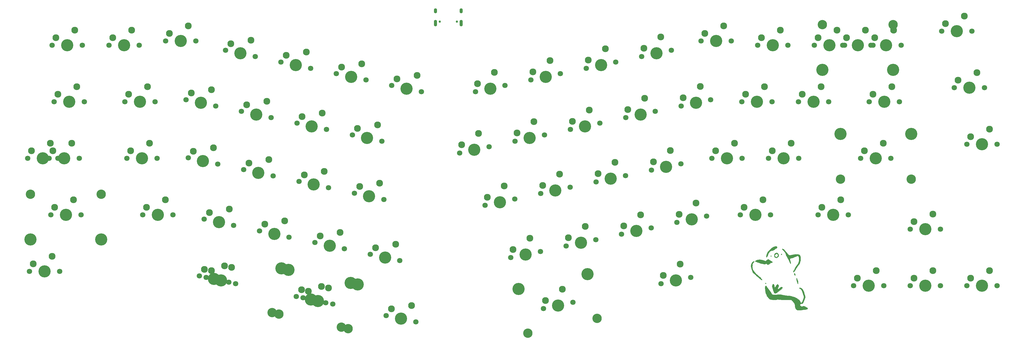
<source format=gts>
%TF.GenerationSoftware,KiCad,Pcbnew,(5.1.4)-1*%
%TF.CreationDate,2020-09-07T21:46:20+12:00*%
%TF.ProjectId,puffazz-arisu-v2,70756666-617a-47a2-9d61-726973752d76,rev?*%
%TF.SameCoordinates,Original*%
%TF.FileFunction,Soldermask,Top*%
%TF.FilePolarity,Negative*%
%FSLAX46Y46*%
G04 Gerber Fmt 4.6, Leading zero omitted, Abs format (unit mm)*
G04 Created by KiCad (PCBNEW (5.1.4)-1) date 2020-09-07 21:46:20*
%MOMM*%
%LPD*%
G04 APERTURE LIST*
%ADD10C,0.010000*%
%ADD11C,2.300000*%
%ADD12C,4.100000*%
%ADD13C,1.800000*%
%ADD14C,3.150000*%
%ADD15C,0.750000*%
%ADD16O,1.100000X2.200000*%
%ADD17O,1.100000X1.700000*%
G04 APERTURE END LIST*
D10*
%TO.C,G\002A\002A\002A*%
G36*
X292183806Y-145516643D02*
G01*
X292269245Y-145626667D01*
X292498467Y-146068953D01*
X292731225Y-146425470D01*
X293008572Y-146763097D01*
X293241563Y-147052830D01*
X293498404Y-147415072D01*
X293724258Y-147772392D01*
X293728164Y-147779097D01*
X293907224Y-148073449D01*
X294070002Y-148317262D01*
X294187066Y-148467024D01*
X294205123Y-148484167D01*
X294353449Y-148534651D01*
X294628681Y-148569038D01*
X294989129Y-148586991D01*
X295393101Y-148588177D01*
X295798906Y-148572258D01*
X296164852Y-148538901D01*
X296390374Y-148501742D01*
X296597981Y-148467792D01*
X296811415Y-148463094D01*
X297072671Y-148491672D01*
X297423745Y-148557547D01*
X297772667Y-148634172D01*
X298278385Y-148735770D01*
X298840569Y-148828185D01*
X299373816Y-148898166D01*
X299635334Y-148923188D01*
X300044212Y-148965515D01*
X300423821Y-149024026D01*
X300720684Y-149089557D01*
X300839114Y-149129425D01*
X301100315Y-149220193D01*
X301337867Y-149265997D01*
X301371095Y-149267334D01*
X301625851Y-149322014D01*
X301982603Y-149478108D01*
X302417533Y-149723692D01*
X302852667Y-150008974D01*
X303201434Y-150294423D01*
X303453080Y-150618831D01*
X303561728Y-150815886D01*
X303726755Y-151107106D01*
X303873603Y-151269465D01*
X304013945Y-151296722D01*
X304159455Y-151182636D01*
X304321807Y-150920966D01*
X304512675Y-150505472D01*
X304616970Y-150251749D01*
X304766510Y-149862350D01*
X304849026Y-149574502D01*
X304866918Y-149335310D01*
X304822588Y-149091877D01*
X304718437Y-148791310D01*
X304686943Y-148710246D01*
X304568488Y-148371975D01*
X304471602Y-148031945D01*
X304430585Y-147839035D01*
X304275770Y-147327634D01*
X303998990Y-146898654D01*
X303633785Y-146593117D01*
X303435779Y-146456302D01*
X303327625Y-146341930D01*
X303321281Y-146299230D01*
X303460520Y-146224232D01*
X303698700Y-146254389D01*
X304006116Y-146384748D01*
X304078609Y-146425514D01*
X304410371Y-146714063D01*
X304696833Y-147164537D01*
X304938226Y-147777407D01*
X305134783Y-148553143D01*
X305141393Y-148585951D01*
X305318183Y-149470903D01*
X305006279Y-150346347D01*
X304827419Y-150828128D01*
X304678711Y-151169105D01*
X304543911Y-151391327D01*
X304406774Y-151516843D01*
X304251056Y-151567703D01*
X304105023Y-151569649D01*
X303810228Y-151609292D01*
X303623042Y-151749280D01*
X303553651Y-151951457D01*
X303612240Y-152177668D01*
X303808996Y-152389756D01*
X303874701Y-152432430D01*
X304077155Y-152530501D01*
X304256357Y-152539981D01*
X304462217Y-152484375D01*
X304643444Y-152435693D01*
X304809831Y-152430647D01*
X305014409Y-152476457D01*
X305310208Y-152580348D01*
X305390313Y-152610767D01*
X305788495Y-152793836D01*
X306045523Y-152980928D01*
X306152965Y-153163018D01*
X306102388Y-153331084D01*
X306083071Y-153352130D01*
X305942526Y-153417161D01*
X305664381Y-153486620D01*
X305280127Y-153555806D01*
X304821250Y-153620017D01*
X304319239Y-153674552D01*
X303805583Y-153714708D01*
X303571184Y-153727185D01*
X303175741Y-153741398D01*
X302906251Y-153738097D01*
X302719721Y-153711245D01*
X302573161Y-153654803D01*
X302429735Y-153566891D01*
X302153013Y-153285203D01*
X301954966Y-152884138D01*
X301852041Y-152401805D01*
X301841271Y-152203410D01*
X301762881Y-151748123D01*
X301533491Y-151292737D01*
X301146230Y-150824881D01*
X300992159Y-150674546D01*
X300576541Y-150285784D01*
X299153437Y-150302731D01*
X298564265Y-150301264D01*
X297960047Y-150285027D01*
X297397250Y-150256372D01*
X296932344Y-150217649D01*
X296833565Y-150206108D01*
X296424009Y-150157406D01*
X296144830Y-150135051D01*
X295959046Y-150139619D01*
X295829672Y-150171687D01*
X295732898Y-150223252D01*
X295627971Y-150277018D01*
X295496750Y-150306751D01*
X295305821Y-150313036D01*
X295021769Y-150296461D01*
X294611178Y-150257612D01*
X294490348Y-150245065D01*
X293451695Y-150136165D01*
X292945181Y-149624915D01*
X292713466Y-149377307D01*
X292537454Y-149163087D01*
X292445640Y-149017942D01*
X292438667Y-148990544D01*
X292405313Y-148856180D01*
X292317566Y-148618660D01*
X292193899Y-148327679D01*
X292184667Y-148307237D01*
X292008580Y-147835305D01*
X291932691Y-147430152D01*
X291930667Y-147365408D01*
X291906994Y-147025697D01*
X291848658Y-146678662D01*
X291834867Y-146622715D01*
X291798256Y-146352163D01*
X291816792Y-146076561D01*
X291877546Y-145825558D01*
X291967586Y-145628804D01*
X292073983Y-145515949D01*
X292183806Y-145516643D01*
X292183806Y-145516643D01*
G37*
X292183806Y-145516643D02*
X292269245Y-145626667D01*
X292498467Y-146068953D01*
X292731225Y-146425470D01*
X293008572Y-146763097D01*
X293241563Y-147052830D01*
X293498404Y-147415072D01*
X293724258Y-147772392D01*
X293728164Y-147779097D01*
X293907224Y-148073449D01*
X294070002Y-148317262D01*
X294187066Y-148467024D01*
X294205123Y-148484167D01*
X294353449Y-148534651D01*
X294628681Y-148569038D01*
X294989129Y-148586991D01*
X295393101Y-148588177D01*
X295798906Y-148572258D01*
X296164852Y-148538901D01*
X296390374Y-148501742D01*
X296597981Y-148467792D01*
X296811415Y-148463094D01*
X297072671Y-148491672D01*
X297423745Y-148557547D01*
X297772667Y-148634172D01*
X298278385Y-148735770D01*
X298840569Y-148828185D01*
X299373816Y-148898166D01*
X299635334Y-148923188D01*
X300044212Y-148965515D01*
X300423821Y-149024026D01*
X300720684Y-149089557D01*
X300839114Y-149129425D01*
X301100315Y-149220193D01*
X301337867Y-149265997D01*
X301371095Y-149267334D01*
X301625851Y-149322014D01*
X301982603Y-149478108D01*
X302417533Y-149723692D01*
X302852667Y-150008974D01*
X303201434Y-150294423D01*
X303453080Y-150618831D01*
X303561728Y-150815886D01*
X303726755Y-151107106D01*
X303873603Y-151269465D01*
X304013945Y-151296722D01*
X304159455Y-151182636D01*
X304321807Y-150920966D01*
X304512675Y-150505472D01*
X304616970Y-150251749D01*
X304766510Y-149862350D01*
X304849026Y-149574502D01*
X304866918Y-149335310D01*
X304822588Y-149091877D01*
X304718437Y-148791310D01*
X304686943Y-148710246D01*
X304568488Y-148371975D01*
X304471602Y-148031945D01*
X304430585Y-147839035D01*
X304275770Y-147327634D01*
X303998990Y-146898654D01*
X303633785Y-146593117D01*
X303435779Y-146456302D01*
X303327625Y-146341930D01*
X303321281Y-146299230D01*
X303460520Y-146224232D01*
X303698700Y-146254389D01*
X304006116Y-146384748D01*
X304078609Y-146425514D01*
X304410371Y-146714063D01*
X304696833Y-147164537D01*
X304938226Y-147777407D01*
X305134783Y-148553143D01*
X305141393Y-148585951D01*
X305318183Y-149470903D01*
X305006279Y-150346347D01*
X304827419Y-150828128D01*
X304678711Y-151169105D01*
X304543911Y-151391327D01*
X304406774Y-151516843D01*
X304251056Y-151567703D01*
X304105023Y-151569649D01*
X303810228Y-151609292D01*
X303623042Y-151749280D01*
X303553651Y-151951457D01*
X303612240Y-152177668D01*
X303808996Y-152389756D01*
X303874701Y-152432430D01*
X304077155Y-152530501D01*
X304256357Y-152539981D01*
X304462217Y-152484375D01*
X304643444Y-152435693D01*
X304809831Y-152430647D01*
X305014409Y-152476457D01*
X305310208Y-152580348D01*
X305390313Y-152610767D01*
X305788495Y-152793836D01*
X306045523Y-152980928D01*
X306152965Y-153163018D01*
X306102388Y-153331084D01*
X306083071Y-153352130D01*
X305942526Y-153417161D01*
X305664381Y-153486620D01*
X305280127Y-153555806D01*
X304821250Y-153620017D01*
X304319239Y-153674552D01*
X303805583Y-153714708D01*
X303571184Y-153727185D01*
X303175741Y-153741398D01*
X302906251Y-153738097D01*
X302719721Y-153711245D01*
X302573161Y-153654803D01*
X302429735Y-153566891D01*
X302153013Y-153285203D01*
X301954966Y-152884138D01*
X301852041Y-152401805D01*
X301841271Y-152203410D01*
X301762881Y-151748123D01*
X301533491Y-151292737D01*
X301146230Y-150824881D01*
X300992159Y-150674546D01*
X300576541Y-150285784D01*
X299153437Y-150302731D01*
X298564265Y-150301264D01*
X297960047Y-150285027D01*
X297397250Y-150256372D01*
X296932344Y-150217649D01*
X296833565Y-150206108D01*
X296424009Y-150157406D01*
X296144830Y-150135051D01*
X295959046Y-150139619D01*
X295829672Y-150171687D01*
X295732898Y-150223252D01*
X295627971Y-150277018D01*
X295496750Y-150306751D01*
X295305821Y-150313036D01*
X295021769Y-150296461D01*
X294611178Y-150257612D01*
X294490348Y-150245065D01*
X293451695Y-150136165D01*
X292945181Y-149624915D01*
X292713466Y-149377307D01*
X292537454Y-149163087D01*
X292445640Y-149017942D01*
X292438667Y-148990544D01*
X292405313Y-148856180D01*
X292317566Y-148618660D01*
X292193899Y-148327679D01*
X292184667Y-148307237D01*
X292008580Y-147835305D01*
X291932691Y-147430152D01*
X291930667Y-147365408D01*
X291906994Y-147025697D01*
X291848658Y-146678662D01*
X291834867Y-146622715D01*
X291798256Y-146352163D01*
X291816792Y-146076561D01*
X291877546Y-145825558D01*
X291967586Y-145628804D01*
X292073983Y-145515949D01*
X292183806Y-145516643D01*
G36*
X294658685Y-144994308D02*
G01*
X294774547Y-145078084D01*
X294859719Y-145246391D01*
X294925593Y-145530110D01*
X294968954Y-145835278D01*
X295013538Y-146076125D01*
X295070928Y-146227822D01*
X295105667Y-146255493D01*
X295182163Y-146182485D01*
X295308656Y-145994566D01*
X295460688Y-145728911D01*
X295495602Y-145662826D01*
X295656982Y-145380759D01*
X295807680Y-145165317D01*
X295919571Y-145055737D01*
X295934896Y-145049961D01*
X296108161Y-145091531D01*
X296276717Y-145243501D01*
X296392991Y-145452454D01*
X296418000Y-145592430D01*
X296368620Y-145819964D01*
X296257450Y-146037665D01*
X296125897Y-146277368D01*
X296066466Y-146501342D01*
X296087850Y-146660855D01*
X296138601Y-146703942D01*
X296252061Y-146670280D01*
X296440015Y-146547275D01*
X296604268Y-146411816D01*
X296979030Y-146110889D01*
X297273531Y-145954476D01*
X297492472Y-145940614D01*
X297589726Y-146000107D01*
X297666671Y-146172094D01*
X297590826Y-146386048D01*
X297359541Y-146646323D01*
X297036506Y-146908893D01*
X296698434Y-147167021D01*
X296326349Y-147463265D01*
X296067837Y-147677163D01*
X295775501Y-147907106D01*
X295551043Y-148033668D01*
X295349979Y-148080154D01*
X295295037Y-148082000D01*
X295072573Y-148053769D01*
X294924884Y-147984922D01*
X294917063Y-147976167D01*
X294731823Y-147660959D01*
X294580058Y-147263780D01*
X294498550Y-146896667D01*
X294442573Y-146616842D01*
X294361176Y-146380362D01*
X294333535Y-146328146D01*
X294236679Y-146078801D01*
X294208315Y-145787550D01*
X294238964Y-145493275D01*
X294319147Y-145234861D01*
X294439386Y-145051190D01*
X294590202Y-144981148D01*
X294658685Y-144994308D01*
X294658685Y-144994308D01*
G37*
X294658685Y-144994308D02*
X294774547Y-145078084D01*
X294859719Y-145246391D01*
X294925593Y-145530110D01*
X294968954Y-145835278D01*
X295013538Y-146076125D01*
X295070928Y-146227822D01*
X295105667Y-146255493D01*
X295182163Y-146182485D01*
X295308656Y-145994566D01*
X295460688Y-145728911D01*
X295495602Y-145662826D01*
X295656982Y-145380759D01*
X295807680Y-145165317D01*
X295919571Y-145055737D01*
X295934896Y-145049961D01*
X296108161Y-145091531D01*
X296276717Y-145243501D01*
X296392991Y-145452454D01*
X296418000Y-145592430D01*
X296368620Y-145819964D01*
X296257450Y-146037665D01*
X296125897Y-146277368D01*
X296066466Y-146501342D01*
X296087850Y-146660855D01*
X296138601Y-146703942D01*
X296252061Y-146670280D01*
X296440015Y-146547275D01*
X296604268Y-146411816D01*
X296979030Y-146110889D01*
X297273531Y-145954476D01*
X297492472Y-145940614D01*
X297589726Y-146000107D01*
X297666671Y-146172094D01*
X297590826Y-146386048D01*
X297359541Y-146646323D01*
X297036506Y-146908893D01*
X296698434Y-147167021D01*
X296326349Y-147463265D01*
X296067837Y-147677163D01*
X295775501Y-147907106D01*
X295551043Y-148033668D01*
X295349979Y-148080154D01*
X295295037Y-148082000D01*
X295072573Y-148053769D01*
X294924884Y-147984922D01*
X294917063Y-147976167D01*
X294731823Y-147660959D01*
X294580058Y-147263780D01*
X294498550Y-146896667D01*
X294442573Y-146616842D01*
X294361176Y-146380362D01*
X294333535Y-146328146D01*
X294236679Y-146078801D01*
X294208315Y-145787550D01*
X294238964Y-145493275D01*
X294319147Y-145234861D01*
X294439386Y-145051190D01*
X294590202Y-144981148D01*
X294658685Y-144994308D01*
G36*
X302469467Y-142993093D02*
G01*
X302565239Y-143192992D01*
X302671594Y-143475957D01*
X302775256Y-143800919D01*
X302862945Y-144126805D01*
X302921384Y-144412544D01*
X302938162Y-144589500D01*
X302924350Y-144808999D01*
X302890594Y-144935663D01*
X302873834Y-144948091D01*
X302812889Y-144874792D01*
X302717083Y-144684964D01*
X302619704Y-144451268D01*
X302524224Y-144156226D01*
X302444223Y-143824215D01*
X302385427Y-143494795D01*
X302353567Y-143207525D01*
X302354372Y-143001964D01*
X302393570Y-142917673D01*
X302397558Y-142917334D01*
X302469467Y-142993093D01*
X302469467Y-142993093D01*
G37*
X302469467Y-142993093D02*
X302565239Y-143192992D01*
X302671594Y-143475957D01*
X302775256Y-143800919D01*
X302862945Y-144126805D01*
X302921384Y-144412544D01*
X302938162Y-144589500D01*
X302924350Y-144808999D01*
X302890594Y-144935663D01*
X302873834Y-144948091D01*
X302812889Y-144874792D01*
X302717083Y-144684964D01*
X302619704Y-144451268D01*
X302524224Y-144156226D01*
X302444223Y-143824215D01*
X302385427Y-143494795D01*
X302353567Y-143207525D01*
X302354372Y-143001964D01*
X302393570Y-142917673D01*
X302397558Y-142917334D01*
X302469467Y-142993093D01*
G36*
X292064272Y-144616149D02*
G01*
X292142646Y-144733751D01*
X292136405Y-144789593D01*
X292017948Y-144861675D01*
X291894740Y-144789779D01*
X291888334Y-144780000D01*
X291865498Y-144643426D01*
X291948301Y-144575667D01*
X292064272Y-144616149D01*
X292064272Y-144616149D01*
G37*
X292064272Y-144616149D02*
X292142646Y-144733751D01*
X292136405Y-144789593D01*
X292017948Y-144861675D01*
X291894740Y-144789779D01*
X291888334Y-144780000D01*
X291865498Y-144643426D01*
X291948301Y-144575667D01*
X292064272Y-144616149D01*
G36*
X288205289Y-137411086D02*
G01*
X288205334Y-137414000D01*
X288141018Y-137496208D01*
X288120822Y-137498667D01*
X288032913Y-137564898D01*
X287894948Y-137735717D01*
X287783764Y-137900834D01*
X287655844Y-138122055D01*
X287579878Y-138320162D01*
X287542500Y-138553325D01*
X287530342Y-138879715D01*
X287529609Y-139006830D01*
X287538164Y-139399036D01*
X287574777Y-139690391D01*
X287652680Y-139948726D01*
X287760834Y-140192163D01*
X287959963Y-140520353D01*
X288259612Y-140912303D01*
X288624762Y-141330267D01*
X289020395Y-141736498D01*
X289411493Y-142093251D01*
X289763038Y-142362779D01*
X289792408Y-142382027D01*
X290056113Y-142574542D01*
X290275605Y-142774546D01*
X290376045Y-142898496D01*
X290532671Y-143147113D01*
X290672008Y-143357329D01*
X290775067Y-143541111D01*
X290756988Y-143611299D01*
X290621668Y-143568493D01*
X290373006Y-143413289D01*
X290194444Y-143284057D01*
X289917584Y-143062317D01*
X289572121Y-142764545D01*
X289208546Y-142435083D01*
X288967334Y-142206466D01*
X288650488Y-141905562D01*
X288345502Y-141626951D01*
X288090605Y-141404950D01*
X287944457Y-141288259D01*
X287779504Y-141148250D01*
X287659339Y-140981678D01*
X287557667Y-140741044D01*
X287455522Y-140405091D01*
X287356052Y-140054424D01*
X287263237Y-139734546D01*
X287194870Y-139506655D01*
X287187231Y-139482322D01*
X287096344Y-138927936D01*
X287167315Y-138376561D01*
X287394195Y-137853888D01*
X287641715Y-137519834D01*
X287800452Y-137400974D01*
X287985128Y-137336126D01*
X288138990Y-137335944D01*
X288205289Y-137411086D01*
X288205289Y-137411086D01*
G37*
X288205289Y-137411086D02*
X288205334Y-137414000D01*
X288141018Y-137496208D01*
X288120822Y-137498667D01*
X288032913Y-137564898D01*
X287894948Y-137735717D01*
X287783764Y-137900834D01*
X287655844Y-138122055D01*
X287579878Y-138320162D01*
X287542500Y-138553325D01*
X287530342Y-138879715D01*
X287529609Y-139006830D01*
X287538164Y-139399036D01*
X287574777Y-139690391D01*
X287652680Y-139948726D01*
X287760834Y-140192163D01*
X287959963Y-140520353D01*
X288259612Y-140912303D01*
X288624762Y-141330267D01*
X289020395Y-141736498D01*
X289411493Y-142093251D01*
X289763038Y-142362779D01*
X289792408Y-142382027D01*
X290056113Y-142574542D01*
X290275605Y-142774546D01*
X290376045Y-142898496D01*
X290532671Y-143147113D01*
X290672008Y-143357329D01*
X290775067Y-143541111D01*
X290756988Y-143611299D01*
X290621668Y-143568493D01*
X290373006Y-143413289D01*
X290194444Y-143284057D01*
X289917584Y-143062317D01*
X289572121Y-142764545D01*
X289208546Y-142435083D01*
X288967334Y-142206466D01*
X288650488Y-141905562D01*
X288345502Y-141626951D01*
X288090605Y-141404950D01*
X287944457Y-141288259D01*
X287779504Y-141148250D01*
X287659339Y-140981678D01*
X287557667Y-140741044D01*
X287455522Y-140405091D01*
X287356052Y-140054424D01*
X287263237Y-139734546D01*
X287194870Y-139506655D01*
X287187231Y-139482322D01*
X287096344Y-138927936D01*
X287167315Y-138376561D01*
X287394195Y-137853888D01*
X287641715Y-137519834D01*
X287800452Y-137400974D01*
X287985128Y-137336126D01*
X288138990Y-137335944D01*
X288205289Y-137411086D01*
G36*
X301791941Y-141381012D02*
G01*
X301920749Y-141555321D01*
X301998558Y-141767500D01*
X302006000Y-141844500D01*
X301976708Y-142027184D01*
X301886150Y-142053374D01*
X301730307Y-141924081D01*
X301722789Y-141915833D01*
X301635396Y-141759509D01*
X301588232Y-141564667D01*
X301588369Y-141393936D01*
X301642883Y-141309948D01*
X301654211Y-141308667D01*
X301791941Y-141381012D01*
X301791941Y-141381012D01*
G37*
X301791941Y-141381012D02*
X301920749Y-141555321D01*
X301998558Y-141767500D01*
X302006000Y-141844500D01*
X301976708Y-142027184D01*
X301886150Y-142053374D01*
X301730307Y-141924081D01*
X301722789Y-141915833D01*
X301635396Y-141759509D01*
X301588232Y-141564667D01*
X301588369Y-141393936D01*
X301642883Y-141309948D01*
X301654211Y-141308667D01*
X301791941Y-141381012D01*
G36*
X297790737Y-133125537D02*
G01*
X298023047Y-133229223D01*
X298114595Y-133286500D01*
X298276246Y-133428050D01*
X298506759Y-133671963D01*
X298775199Y-133983807D01*
X299046428Y-134323667D01*
X299335390Y-134683554D01*
X299594740Y-134975032D01*
X299800959Y-135173061D01*
X299915155Y-135248598D01*
X300154955Y-135278585D01*
X300497371Y-135224447D01*
X300625676Y-135191214D01*
X301350856Y-135021314D01*
X301977718Y-134944219D01*
X302547072Y-134956211D01*
X302810278Y-134992235D01*
X303125451Y-135052773D01*
X303322593Y-135117126D01*
X303451337Y-135212819D01*
X303561317Y-135367379D01*
X303597895Y-135429037D01*
X303689665Y-135604335D01*
X303744410Y-135776227D01*
X303768738Y-135991635D01*
X303769260Y-136297486D01*
X303759562Y-136576821D01*
X303734044Y-137002596D01*
X303689570Y-137321344D01*
X303612809Y-137595279D01*
X303490431Y-137886614D01*
X303469300Y-137931488D01*
X303284227Y-138274831D01*
X303065667Y-138614919D01*
X302899554Y-138831430D01*
X302681601Y-139114230D01*
X302455161Y-139457991D01*
X302328843Y-139678097D01*
X302161153Y-139971570D01*
X301965400Y-140279017D01*
X301766162Y-140566038D01*
X301588015Y-140798234D01*
X301455536Y-140941207D01*
X301405810Y-140970000D01*
X301340301Y-140900060D01*
X301306206Y-140808589D01*
X301337646Y-140621984D01*
X301499751Y-140389065D01*
X301501796Y-140386821D01*
X301651298Y-140210300D01*
X301746099Y-140046757D01*
X301816825Y-139830807D01*
X301872391Y-139595575D01*
X301954710Y-139412839D01*
X302118291Y-139165940D01*
X302304075Y-138936040D01*
X302555989Y-138616621D01*
X302808741Y-138239682D01*
X302956520Y-137982132D01*
X303088369Y-137712670D01*
X303168783Y-137489213D01*
X303209897Y-137252703D01*
X303223845Y-136944082D01*
X303224109Y-136679779D01*
X303197231Y-136155694D01*
X303121458Y-135785457D01*
X302993261Y-135559772D01*
X302809111Y-135469343D01*
X302763634Y-135466667D01*
X302600565Y-135503183D01*
X302348133Y-135598085D01*
X302109419Y-135707484D01*
X301660837Y-135902582D01*
X301077583Y-136111960D01*
X300392340Y-136324082D01*
X300239700Y-136367570D01*
X300187233Y-136393166D01*
X300160887Y-136452007D01*
X300163268Y-136571648D01*
X300196979Y-136779644D01*
X300264627Y-137103551D01*
X300342311Y-137452983D01*
X300401412Y-137748593D01*
X300433025Y-137974495D01*
X300430941Y-138085233D01*
X300429039Y-138087850D01*
X300348584Y-138068669D01*
X300232129Y-137913956D01*
X300095653Y-137649336D01*
X299979640Y-137367306D01*
X299830894Y-137025948D01*
X299642407Y-136664456D01*
X299556248Y-136520165D01*
X299413438Y-136273895D01*
X299319155Y-136070894D01*
X299296667Y-135983890D01*
X299241613Y-135844681D01*
X299105167Y-135659101D01*
X299063834Y-135613948D01*
X298878620Y-135341016D01*
X298825790Y-135044225D01*
X298750499Y-134709728D01*
X298548946Y-134325974D01*
X298243303Y-133925203D01*
X297855740Y-133539653D01*
X297704914Y-133414329D01*
X297547404Y-133252967D01*
X297526689Y-133145592D01*
X297616542Y-133100387D01*
X297790737Y-133125537D01*
X297790737Y-133125537D01*
G37*
X297790737Y-133125537D02*
X298023047Y-133229223D01*
X298114595Y-133286500D01*
X298276246Y-133428050D01*
X298506759Y-133671963D01*
X298775199Y-133983807D01*
X299046428Y-134323667D01*
X299335390Y-134683554D01*
X299594740Y-134975032D01*
X299800959Y-135173061D01*
X299915155Y-135248598D01*
X300154955Y-135278585D01*
X300497371Y-135224447D01*
X300625676Y-135191214D01*
X301350856Y-135021314D01*
X301977718Y-134944219D01*
X302547072Y-134956211D01*
X302810278Y-134992235D01*
X303125451Y-135052773D01*
X303322593Y-135117126D01*
X303451337Y-135212819D01*
X303561317Y-135367379D01*
X303597895Y-135429037D01*
X303689665Y-135604335D01*
X303744410Y-135776227D01*
X303768738Y-135991635D01*
X303769260Y-136297486D01*
X303759562Y-136576821D01*
X303734044Y-137002596D01*
X303689570Y-137321344D01*
X303612809Y-137595279D01*
X303490431Y-137886614D01*
X303469300Y-137931488D01*
X303284227Y-138274831D01*
X303065667Y-138614919D01*
X302899554Y-138831430D01*
X302681601Y-139114230D01*
X302455161Y-139457991D01*
X302328843Y-139678097D01*
X302161153Y-139971570D01*
X301965400Y-140279017D01*
X301766162Y-140566038D01*
X301588015Y-140798234D01*
X301455536Y-140941207D01*
X301405810Y-140970000D01*
X301340301Y-140900060D01*
X301306206Y-140808589D01*
X301337646Y-140621984D01*
X301499751Y-140389065D01*
X301501796Y-140386821D01*
X301651298Y-140210300D01*
X301746099Y-140046757D01*
X301816825Y-139830807D01*
X301872391Y-139595575D01*
X301954710Y-139412839D01*
X302118291Y-139165940D01*
X302304075Y-138936040D01*
X302555989Y-138616621D01*
X302808741Y-138239682D01*
X302956520Y-137982132D01*
X303088369Y-137712670D01*
X303168783Y-137489213D01*
X303209897Y-137252703D01*
X303223845Y-136944082D01*
X303224109Y-136679779D01*
X303197231Y-136155694D01*
X303121458Y-135785457D01*
X302993261Y-135559772D01*
X302809111Y-135469343D01*
X302763634Y-135466667D01*
X302600565Y-135503183D01*
X302348133Y-135598085D01*
X302109419Y-135707484D01*
X301660837Y-135902582D01*
X301077583Y-136111960D01*
X300392340Y-136324082D01*
X300239700Y-136367570D01*
X300187233Y-136393166D01*
X300160887Y-136452007D01*
X300163268Y-136571648D01*
X300196979Y-136779644D01*
X300264627Y-137103551D01*
X300342311Y-137452983D01*
X300401412Y-137748593D01*
X300433025Y-137974495D01*
X300430941Y-138085233D01*
X300429039Y-138087850D01*
X300348584Y-138068669D01*
X300232129Y-137913956D01*
X300095653Y-137649336D01*
X299979640Y-137367306D01*
X299830894Y-137025948D01*
X299642407Y-136664456D01*
X299556248Y-136520165D01*
X299413438Y-136273895D01*
X299319155Y-136070894D01*
X299296667Y-135983890D01*
X299241613Y-135844681D01*
X299105167Y-135659101D01*
X299063834Y-135613948D01*
X298878620Y-135341016D01*
X298825790Y-135044225D01*
X298750499Y-134709728D01*
X298548946Y-134325974D01*
X298243303Y-133925203D01*
X297855740Y-133539653D01*
X297704914Y-133414329D01*
X297547404Y-133252967D01*
X297526689Y-133145592D01*
X297616542Y-133100387D01*
X297790737Y-133125537D01*
G36*
X293154510Y-136752756D02*
G01*
X293261729Y-136838928D01*
X293455424Y-136990326D01*
X293721562Y-137162743D01*
X293858795Y-137241095D01*
X294134500Y-137418731D01*
X294274350Y-137572000D01*
X294273552Y-137686236D01*
X294127314Y-137746773D01*
X294025967Y-137752667D01*
X293724839Y-137821127D01*
X293532925Y-137972573D01*
X293316029Y-138160066D01*
X293051587Y-138333240D01*
X293012475Y-138354116D01*
X292697283Y-138515754D01*
X292558237Y-138303544D01*
X292396559Y-138154834D01*
X292197881Y-138089905D01*
X292026225Y-138122707D01*
X291973000Y-138176000D01*
X291836652Y-138246390D01*
X291572805Y-138256812D01*
X291210876Y-138210951D01*
X290780279Y-138112491D01*
X290322000Y-137969218D01*
X289765103Y-137772401D01*
X289345813Y-137624505D01*
X289042130Y-137517885D01*
X288832053Y-137444898D01*
X288693583Y-137397901D01*
X288604720Y-137369248D01*
X288544000Y-137351444D01*
X288496287Y-137290048D01*
X288573527Y-137187148D01*
X288743504Y-137064258D01*
X288974000Y-136942895D01*
X289232801Y-136844574D01*
X289349099Y-136813761D01*
X290017237Y-136750093D01*
X290738048Y-136846569D01*
X291319627Y-137026273D01*
X291936255Y-137259323D01*
X292272371Y-136955661D01*
X292596324Y-136726209D01*
X292886822Y-136658993D01*
X293154510Y-136752756D01*
X293154510Y-136752756D01*
G37*
X293154510Y-136752756D02*
X293261729Y-136838928D01*
X293455424Y-136990326D01*
X293721562Y-137162743D01*
X293858795Y-137241095D01*
X294134500Y-137418731D01*
X294274350Y-137572000D01*
X294273552Y-137686236D01*
X294127314Y-137746773D01*
X294025967Y-137752667D01*
X293724839Y-137821127D01*
X293532925Y-137972573D01*
X293316029Y-138160066D01*
X293051587Y-138333240D01*
X293012475Y-138354116D01*
X292697283Y-138515754D01*
X292558237Y-138303544D01*
X292396559Y-138154834D01*
X292197881Y-138089905D01*
X292026225Y-138122707D01*
X291973000Y-138176000D01*
X291836652Y-138246390D01*
X291572805Y-138256812D01*
X291210876Y-138210951D01*
X290780279Y-138112491D01*
X290322000Y-137969218D01*
X289765103Y-137772401D01*
X289345813Y-137624505D01*
X289042130Y-137517885D01*
X288832053Y-137444898D01*
X288693583Y-137397901D01*
X288604720Y-137369248D01*
X288544000Y-137351444D01*
X288496287Y-137290048D01*
X288573527Y-137187148D01*
X288743504Y-137064258D01*
X288974000Y-136942895D01*
X289232801Y-136844574D01*
X289349099Y-136813761D01*
X290017237Y-136750093D01*
X290738048Y-136846569D01*
X291319627Y-137026273D01*
X291936255Y-137259323D01*
X292272371Y-136955661D01*
X292596324Y-136726209D01*
X292886822Y-136658993D01*
X293154510Y-136752756D01*
G36*
X296017248Y-134555177D02*
G01*
X296235125Y-134782811D01*
X296369238Y-135142852D01*
X296389276Y-135262330D01*
X296398705Y-135505589D01*
X296324318Y-135680016D01*
X296189512Y-135824996D01*
X295877917Y-136032564D01*
X295540413Y-136111191D01*
X295259368Y-136061947D01*
X295038785Y-135888210D01*
X294919000Y-135624870D01*
X294905289Y-135438255D01*
X295090694Y-135438255D01*
X295231923Y-135641832D01*
X295271152Y-135682182D01*
X295482257Y-135848628D01*
X295672187Y-135870226D01*
X295895084Y-135749589D01*
X295940915Y-135714522D01*
X296125217Y-135484039D01*
X296145221Y-135219391D01*
X296032199Y-134977506D01*
X295831983Y-134817766D01*
X295585428Y-134795237D01*
X295342329Y-134907727D01*
X295238812Y-135012418D01*
X295093862Y-135246499D01*
X295090694Y-135438255D01*
X294905289Y-135438255D01*
X294896271Y-135315535D01*
X294966855Y-135003812D01*
X295127009Y-134733308D01*
X295372990Y-134547631D01*
X295389969Y-134540317D01*
X295730548Y-134470747D01*
X296017248Y-134555177D01*
X296017248Y-134555177D01*
G37*
X296017248Y-134555177D02*
X296235125Y-134782811D01*
X296369238Y-135142852D01*
X296389276Y-135262330D01*
X296398705Y-135505589D01*
X296324318Y-135680016D01*
X296189512Y-135824996D01*
X295877917Y-136032564D01*
X295540413Y-136111191D01*
X295259368Y-136061947D01*
X295038785Y-135888210D01*
X294919000Y-135624870D01*
X294905289Y-135438255D01*
X295090694Y-135438255D01*
X295231923Y-135641832D01*
X295271152Y-135682182D01*
X295482257Y-135848628D01*
X295672187Y-135870226D01*
X295895084Y-135749589D01*
X295940915Y-135714522D01*
X296125217Y-135484039D01*
X296145221Y-135219391D01*
X296032199Y-134977506D01*
X295831983Y-134817766D01*
X295585428Y-134795237D01*
X295342329Y-134907727D01*
X295238812Y-135012418D01*
X295093862Y-135246499D01*
X295090694Y-135438255D01*
X294905289Y-135438255D01*
X294896271Y-135315535D01*
X294966855Y-135003812D01*
X295127009Y-134733308D01*
X295372990Y-134547631D01*
X295389969Y-134540317D01*
X295730548Y-134470747D01*
X296017248Y-134555177D01*
G36*
X295533661Y-132282741D02*
G01*
X295694496Y-132366033D01*
X295873107Y-132535250D01*
X295882675Y-132700472D01*
X295723086Y-132865215D01*
X295677167Y-132894616D01*
X295474937Y-133021185D01*
X295204353Y-133195385D01*
X295021000Y-133315536D01*
X294688499Y-133500854D01*
X294314309Y-133660511D01*
X294132000Y-133718744D01*
X293851937Y-133795972D01*
X293627424Y-133863133D01*
X293539121Y-133893461D01*
X293391297Y-134019471D01*
X293209227Y-134277129D01*
X293010291Y-134636812D01*
X292811872Y-135068898D01*
X292729857Y-135272642D01*
X292564319Y-135656280D01*
X292423983Y-135879294D01*
X292304173Y-135947735D01*
X292235278Y-135912389D01*
X292187343Y-135764006D01*
X292202649Y-135523637D01*
X292275267Y-135253860D01*
X292304365Y-135183129D01*
X292412222Y-134916013D01*
X292516915Y-134617400D01*
X292527036Y-134585385D01*
X292665059Y-134316327D01*
X292938020Y-133957046D01*
X293316395Y-133539481D01*
X293776093Y-133092184D01*
X294192511Y-132763418D01*
X294607386Y-132525268D01*
X295062456Y-132349823D01*
X295122996Y-132331284D01*
X295367818Y-132272006D01*
X295533661Y-132282741D01*
X295533661Y-132282741D01*
G37*
X295533661Y-132282741D02*
X295694496Y-132366033D01*
X295873107Y-132535250D01*
X295882675Y-132700472D01*
X295723086Y-132865215D01*
X295677167Y-132894616D01*
X295474937Y-133021185D01*
X295204353Y-133195385D01*
X295021000Y-133315536D01*
X294688499Y-133500854D01*
X294314309Y-133660511D01*
X294132000Y-133718744D01*
X293851937Y-133795972D01*
X293627424Y-133863133D01*
X293539121Y-133893461D01*
X293391297Y-134019471D01*
X293209227Y-134277129D01*
X293010291Y-134636812D01*
X292811872Y-135068898D01*
X292729857Y-135272642D01*
X292564319Y-135656280D01*
X292423983Y-135879294D01*
X292304173Y-135947735D01*
X292235278Y-135912389D01*
X292187343Y-135764006D01*
X292202649Y-135523637D01*
X292275267Y-135253860D01*
X292304365Y-135183129D01*
X292412222Y-134916013D01*
X292516915Y-134617400D01*
X292527036Y-134585385D01*
X292665059Y-134316327D01*
X292938020Y-133957046D01*
X293316395Y-133539481D01*
X293776093Y-133092184D01*
X294192511Y-132763418D01*
X294607386Y-132525268D01*
X295062456Y-132349823D01*
X295122996Y-132331284D01*
X295367818Y-132272006D01*
X295533661Y-132282741D01*
G36*
X293931252Y-135496547D02*
G01*
X293928228Y-135614384D01*
X293908279Y-135639588D01*
X293795921Y-135670722D01*
X293717901Y-135604793D01*
X293660741Y-135483541D01*
X293711933Y-135422315D01*
X293840308Y-135411670D01*
X293931252Y-135496547D01*
X293931252Y-135496547D01*
G37*
X293931252Y-135496547D02*
X293928228Y-135614384D01*
X293908279Y-135639588D01*
X293795921Y-135670722D01*
X293717901Y-135604793D01*
X293660741Y-135483541D01*
X293711933Y-135422315D01*
X293840308Y-135411670D01*
X293931252Y-135496547D01*
G36*
X297434708Y-134789797D02*
G01*
X297513222Y-134865229D01*
X297466088Y-134960445D01*
X297415945Y-135012970D01*
X297303196Y-135110511D01*
X297245322Y-135082457D01*
X297214202Y-135010341D01*
X297204028Y-134839826D01*
X297298639Y-134756760D01*
X297434708Y-134789797D01*
X297434708Y-134789797D01*
G37*
X297434708Y-134789797D02*
X297513222Y-134865229D01*
X297466088Y-134960445D01*
X297415945Y-135012970D01*
X297303196Y-135110511D01*
X297245322Y-135082457D01*
X297214202Y-135010341D01*
X297204028Y-134839826D01*
X297298639Y-134756760D01*
X297434708Y-134789797D01*
%TD*%
D11*
%TO.C,MX_RETURN1*%
X331606635Y-97553194D03*
X325256635Y-100093194D03*
D12*
X329066635Y-102633194D03*
D13*
X323986635Y-102633194D03*
X334146635Y-102633194D03*
D12*
X317166635Y-94393194D03*
X340966635Y-94393194D03*
D14*
X340966635Y-109633194D03*
X317166635Y-109633194D03*
%TD*%
%TO.C,MX_LSHIFT1*%
X68555547Y-114681100D03*
X44755547Y-114681100D03*
D12*
X44755547Y-129921100D03*
X68555547Y-129921100D03*
D13*
X61735547Y-121681100D03*
X51575547Y-121681100D03*
D12*
X56655547Y-121681100D03*
D11*
X52845547Y-119141100D03*
X59195547Y-116601100D03*
%TD*%
%TO.C,MX_SPACE2*%
X142639155Y-145762581D03*
X135899822Y-146926837D03*
D12*
X139098469Y-150203475D03*
D13*
X134129479Y-149147284D03*
X144067459Y-151259667D03*
D12*
X129171705Y-139669390D03*
X152451617Y-144617688D03*
D14*
X149283043Y-159524657D03*
X126003130Y-154576359D03*
%TD*%
D11*
%TO.C,MX_SPACE1*%
X144970081Y-146258035D03*
X138230748Y-147422291D03*
D12*
X141429395Y-150698929D03*
D13*
X136460405Y-149642738D03*
X146398385Y-151755121D03*
D12*
X131502631Y-140164844D03*
X154782543Y-145113142D03*
D14*
X151613969Y-160020111D03*
X128334056Y-155071813D03*
%TD*%
D12*
%TO.C,MX_SPACE3*%
X208875928Y-146598326D03*
X232155841Y-141650028D03*
D14*
X235324415Y-156556998D03*
X212044502Y-161505296D03*
D13*
X227198066Y-151127922D03*
X217260087Y-153240305D03*
D12*
X222229076Y-152184114D03*
D11*
X217974238Y-150491762D03*
X223657380Y-146687028D03*
%TD*%
D14*
%TO.C,MX_#BKSP2*%
X334906461Y-57528248D03*
X311106461Y-57528248D03*
D12*
X311106461Y-72768248D03*
X334906461Y-72768248D03*
D13*
X328086461Y-64528248D03*
X317926461Y-64528248D03*
D12*
X323006461Y-64528248D03*
D11*
X319196461Y-61988248D03*
X325546461Y-59448248D03*
%TD*%
D13*
%TO.C,MX_#7*%
X204367789Y-78079300D03*
X194429810Y-80191683D03*
D12*
X199398799Y-79135492D03*
D11*
X195143961Y-77443140D03*
X200827103Y-73638406D03*
%TD*%
D13*
%TO.C,MX_#-1*%
X280462079Y-63031615D03*
X270302079Y-63031615D03*
D12*
X275382079Y-63031615D03*
D11*
X271572079Y-60491615D03*
X277922079Y-57951615D03*
%TD*%
D15*
%TO.C,USB1*%
X188214000Y-56542000D03*
X182434000Y-56542000D03*
D16*
X181004000Y-57072000D03*
X189644000Y-57072000D03*
D17*
X181004000Y-52892000D03*
X189644000Y-52892000D03*
%TD*%
D13*
%TO.C,MX_BCKSP1*%
X337024773Y-83585067D03*
X326864773Y-83585067D03*
D12*
X331944773Y-83585067D03*
D11*
X328134773Y-81045067D03*
X334484773Y-78505067D03*
%TD*%
D13*
%TO.C,MX_RALT1*%
X266796416Y-142711033D03*
X256858437Y-144823416D03*
D12*
X261827426Y-143767225D03*
D11*
X257572588Y-142074873D03*
X263255730Y-138270139D03*
%TD*%
D13*
%TO.C,MX_LCTRL1*%
X54603553Y-140733134D03*
X44443553Y-140733134D03*
D12*
X49523553Y-140733134D03*
D11*
X45713553Y-138193134D03*
X52063553Y-135653134D03*
%TD*%
D13*
%TO.C,MX_LALT2*%
X113785965Y-144823137D03*
X103847985Y-142710754D03*
D12*
X108816975Y-143766945D03*
D11*
X105618328Y-140490307D03*
X112357661Y-139326051D03*
%TD*%
D13*
%TO.C,MX_#TAB1*%
X62830104Y-83579603D03*
X52670104Y-83579603D03*
D12*
X57750104Y-83579603D03*
D11*
X53940104Y-81039603D03*
X60290104Y-78499603D03*
%TD*%
D13*
%TO.C,MX_CAPS2*%
X54007556Y-102636034D03*
X43847556Y-102636034D03*
D12*
X48927556Y-102636034D03*
D11*
X45117556Y-100096034D03*
X51467556Y-97556034D03*
%TD*%
D13*
%TO.C,MX_Z1*%
X92688103Y-121689963D03*
X82528103Y-121689963D03*
D12*
X87608103Y-121689963D03*
D11*
X83798103Y-119149963D03*
X90148103Y-116609963D03*
%TD*%
D13*
%TO.C,MX_Y1*%
X199011651Y-98693371D03*
X189073672Y-100805754D03*
D12*
X194042661Y-99749563D03*
D11*
X189787823Y-98057211D03*
X195470965Y-94252477D03*
%TD*%
D13*
%TO.C,MX_X1*%
X113090848Y-125195913D03*
X103152868Y-123083530D03*
D12*
X108121858Y-124139721D03*
D11*
X104923211Y-120863083D03*
X111662544Y-119698827D03*
%TD*%
D13*
%TO.C,MX_W1*%
X107038329Y-84963654D03*
X97100349Y-82851271D03*
D12*
X102069339Y-83907462D03*
D11*
X98870692Y-80630824D03*
X105610025Y-79466568D03*
%TD*%
D13*
%TO.C,MX_V1*%
X150358271Y-133117348D03*
X140420291Y-131004965D03*
D12*
X145389281Y-132061156D03*
D11*
X142190634Y-128784518D03*
X148929967Y-127620262D03*
%TD*%
D13*
%TO.C,MX_UP1*%
X350814687Y-126448250D03*
X340654687Y-126448250D03*
D12*
X345734687Y-126448250D03*
D11*
X341924687Y-123908250D03*
X348274687Y-121368250D03*
%TD*%
D13*
%TO.C,MX_U1*%
X217645363Y-94732653D03*
X207707384Y-96845036D03*
D12*
X212676373Y-95788845D03*
D11*
X208421535Y-94096493D03*
X214104677Y-90291759D03*
%TD*%
D13*
%TO.C,MX_T1*%
X162939464Y-96845807D03*
X153001484Y-94733424D03*
D12*
X157970474Y-95789615D03*
D11*
X154771827Y-92512977D03*
X161511160Y-91348721D03*
%TD*%
D13*
%TO.C,MX_S1*%
X107734710Y-104581842D03*
X97796730Y-102469459D03*
D12*
X102765720Y-103525650D03*
D11*
X99567073Y-100249012D03*
X106306406Y-99084756D03*
%TD*%
D13*
%TO.C,MX_RSHIFT1*%
X319855635Y-121683194D03*
X309695635Y-121683194D03*
D12*
X314775635Y-121683194D03*
D11*
X310965635Y-119143194D03*
X317315635Y-116603194D03*
%TD*%
D13*
%TO.C,MX_RIGHT1*%
X369864687Y-145498250D03*
X359704687Y-145498250D03*
D12*
X364784687Y-145498250D03*
D11*
X360974687Y-142958250D03*
X367324687Y-140418250D03*
%TD*%
D13*
%TO.C,MX_R1*%
X144305752Y-92885089D03*
X134367772Y-90772706D03*
D12*
X139336762Y-91828897D03*
D11*
X136138115Y-88552259D03*
X142877448Y-87388003D03*
%TD*%
D13*
%TO.C,MX_Q1*%
X86640794Y-83583458D03*
X76480794Y-83583458D03*
D12*
X81560794Y-83583458D03*
D11*
X77750794Y-81043458D03*
X84100794Y-78503458D03*
%TD*%
D13*
%TO.C,MX_PGDN1*%
X365596399Y-78821926D03*
X355436399Y-78821926D03*
D12*
X360516399Y-78821926D03*
D11*
X356706399Y-76281926D03*
X363056399Y-73741926D03*
%TD*%
D13*
%TO.C,MX_P1*%
X273546498Y-82850500D03*
X263608519Y-84962883D03*
D12*
X268577508Y-83906692D03*
D11*
X264322670Y-82214340D03*
X270005812Y-78409606D03*
%TD*%
D13*
%TO.C,MX_O1*%
X254912786Y-86811218D03*
X244974807Y-88923601D03*
D12*
X249943796Y-87867410D03*
D11*
X245688958Y-86175058D03*
X251372100Y-82370324D03*
%TD*%
D13*
%TO.C,MX_N1*%
X216244623Y-133981919D03*
X206306644Y-136094302D03*
D12*
X211275633Y-135038111D03*
D11*
X207020795Y-133345759D03*
X212703937Y-129541025D03*
%TD*%
D13*
%TO.C,MX_M1*%
X234878335Y-130021201D03*
X224940356Y-132133584D03*
D12*
X229909345Y-131077393D03*
D11*
X225654507Y-129385041D03*
X231337649Y-125580307D03*
%TD*%
D13*
%TO.C,MX_LWIN1*%
X174348952Y-157696197D03*
X164410972Y-155583814D03*
D12*
X169379962Y-156640005D03*
D11*
X166181315Y-153363367D03*
X172920648Y-152199111D03*
%TD*%
D13*
%TO.C,MX_LEFT1*%
X331764687Y-145498250D03*
X321604687Y-145498250D03*
D12*
X326684687Y-145498250D03*
D11*
X322874687Y-142958250D03*
X329224687Y-140418250D03*
%TD*%
D13*
%TO.C,MX_LALT1*%
X111457974Y-144328307D03*
X101519994Y-142215924D03*
D12*
X106488984Y-143272115D03*
D11*
X103290337Y-139995477D03*
X110029670Y-138831221D03*
%TD*%
D13*
%TO.C,MX_L1*%
X263536255Y-104456498D03*
X253598276Y-106568881D03*
D12*
X258567265Y-105512690D03*
D11*
X254312427Y-103820338D03*
X259995569Y-100015604D03*
%TD*%
D13*
%TO.C,MX_K1*%
X244902543Y-108417216D03*
X234964564Y-110529599D03*
D12*
X239933553Y-109473408D03*
D11*
X235678715Y-107781056D03*
X241361857Y-103976322D03*
%TD*%
D13*
%TO.C,MX_J1*%
X226268832Y-112377933D03*
X216330853Y-114490316D03*
D12*
X221299842Y-113434125D03*
D11*
X217045004Y-111741773D03*
X222728146Y-107937039D03*
%TD*%
D13*
%TO.C,MX_I1*%
X236279074Y-90771935D03*
X226341095Y-92884318D03*
D12*
X231310084Y-91828127D03*
D11*
X227055246Y-90135775D03*
X232738388Y-86331041D03*
%TD*%
D13*
%TO.C,MX_H1*%
X207635120Y-116338651D03*
X197697141Y-118451034D03*
D12*
X202666130Y-117394843D03*
D11*
X198411292Y-115702491D03*
X204094434Y-111897757D03*
%TD*%
D13*
%TO.C,MX_G1*%
X163635845Y-116463995D03*
X153697865Y-114351612D03*
D12*
X158666855Y-115407803D03*
D11*
X155468208Y-112131165D03*
X162207541Y-110966909D03*
%TD*%
D13*
%TO.C,MX_FN1*%
X369863522Y-97868865D03*
X359703522Y-97868865D03*
D12*
X364783522Y-97868865D03*
D11*
X360973522Y-95328865D03*
X367323522Y-92788865D03*
%TD*%
D13*
%TO.C,MX_F1*%
X145002134Y-112503278D03*
X135064154Y-110390895D03*
D12*
X140033144Y-111447086D03*
D11*
X136834497Y-108170448D03*
X143573830Y-107006192D03*
%TD*%
D13*
%TO.C,MX_ESC1*%
X62230073Y-64532918D03*
X52070073Y-64532918D03*
D12*
X57150073Y-64532918D03*
D11*
X53340073Y-61992918D03*
X59690073Y-59452918D03*
%TD*%
D13*
%TO.C,MX_E1*%
X125672041Y-88924371D03*
X115734061Y-86811988D03*
D12*
X120703051Y-87868179D03*
D11*
X117504404Y-84591541D03*
X124243737Y-83427285D03*
%TD*%
D13*
%TO.C,MX_DOWN1*%
X350814687Y-145498250D03*
X340654687Y-145498250D03*
D12*
X345734687Y-145498250D03*
D11*
X341924687Y-142958250D03*
X348274687Y-140418250D03*
%TD*%
D13*
%TO.C,MX_D1*%
X126368421Y-108542560D03*
X116430441Y-106430177D03*
D12*
X121399431Y-107486368D03*
D11*
X118200784Y-104209730D03*
X124940117Y-103045474D03*
%TD*%
D13*
%TO.C,MX_CAPS1*%
X61147691Y-102634495D03*
X50987691Y-102634495D03*
D12*
X56067691Y-102634495D03*
D11*
X52257691Y-100094495D03*
X58607691Y-97554495D03*
%TD*%
D13*
%TO.C,MX_C1*%
X131724559Y-129156630D03*
X121786579Y-127044247D03*
D12*
X126755569Y-128100438D03*
D11*
X123556922Y-124823800D03*
X130296255Y-123659544D03*
%TD*%
D13*
%TO.C,MX_B1*%
X168991983Y-137078066D03*
X159054003Y-134965683D03*
D12*
X164022993Y-136021874D03*
D11*
X160824346Y-132745236D03*
X167563679Y-131580980D03*
%TD*%
D13*
%TO.C,MX_A1*%
X87344249Y-102637839D03*
X77184249Y-102637839D03*
D12*
X82264249Y-102637839D03*
D11*
X78454249Y-100097839D03*
X84804249Y-97557839D03*
%TD*%
D13*
%TO.C,MX_]1*%
X313208773Y-83585067D03*
X303048773Y-83585067D03*
D12*
X308128773Y-83585067D03*
D11*
X304318773Y-81045067D03*
X310668773Y-78505067D03*
%TD*%
D13*
%TO.C,MX_[1*%
X294158773Y-83585067D03*
X283998773Y-83585067D03*
D12*
X289078773Y-83585067D03*
D11*
X285268773Y-81045067D03*
X291618773Y-78505067D03*
%TD*%
D13*
%TO.C,MX_?1*%
X293663635Y-121683194D03*
X283503635Y-121683194D03*
D12*
X288583635Y-121683194D03*
D11*
X284773635Y-119143194D03*
X291123635Y-116603194D03*
%TD*%
D13*
%TO.C,MX_>1*%
X272145758Y-122099766D03*
X262207779Y-124212149D03*
D12*
X267176768Y-123155958D03*
D11*
X262921930Y-121463606D03*
X268605072Y-117658872D03*
%TD*%
D13*
%TO.C,MX_<1*%
X253512046Y-126060484D03*
X243574067Y-128172867D03*
D12*
X248543056Y-127116676D03*
D11*
X244288218Y-125424324D03*
X249971360Y-121619590D03*
%TD*%
D13*
%TO.C,MX_:1*%
X284138635Y-102633194D03*
X273978635Y-102633194D03*
D12*
X279058635Y-102633194D03*
D11*
X275248635Y-100093194D03*
X281598635Y-97553194D03*
%TD*%
D13*
%TO.C,MX_#|1*%
X337611461Y-64528248D03*
X327451461Y-64528248D03*
D12*
X332531461Y-64528248D03*
D11*
X328721461Y-61988248D03*
X335071461Y-59448248D03*
%TD*%
D13*
%TO.C,MX_#PGUP1*%
X361421029Y-59767181D03*
X351261029Y-59767181D03*
D12*
X356341029Y-59767181D03*
D11*
X352531029Y-57227181D03*
X358881029Y-54687181D03*
%TD*%
D13*
%TO.C,MX_#`1*%
X318561461Y-64528248D03*
X308401461Y-64528248D03*
D12*
X313481461Y-64528248D03*
D11*
X309671461Y-61988248D03*
X316021461Y-59448248D03*
%TD*%
D13*
%TO.C,MX_#+1*%
X299511461Y-64528248D03*
X289351461Y-64528248D03*
D12*
X294431461Y-64528248D03*
D11*
X290621461Y-61988248D03*
X296971461Y-59448248D03*
%TD*%
D13*
%TO.C,MX_#9*%
X241635213Y-70157865D03*
X231697234Y-72270248D03*
D12*
X236666223Y-71214057D03*
D11*
X232411385Y-69521705D03*
X238094527Y-65716971D03*
%TD*%
D13*
%TO.C,MX_#8*%
X223001501Y-74118582D03*
X213063522Y-76230965D03*
D12*
X218032511Y-75174774D03*
D11*
X213777673Y-73482422D03*
X219460815Y-69677688D03*
%TD*%
D13*
%TO.C,MX_#6*%
X176217038Y-80192454D03*
X166279058Y-78080071D03*
D12*
X171248048Y-79136262D03*
D11*
X168049401Y-75859624D03*
X174788734Y-74695368D03*
%TD*%
D13*
%TO.C,MX_#5*%
X157583326Y-76231736D03*
X147645346Y-74119353D03*
D12*
X152614336Y-75175544D03*
D11*
X149415689Y-71898906D03*
X156155022Y-70734650D03*
%TD*%
D13*
%TO.C,MX_#4*%
X138949614Y-72271019D03*
X129011634Y-70158636D03*
D12*
X133980624Y-71214827D03*
D11*
X130781977Y-67938189D03*
X137521310Y-66773933D03*
%TD*%
D13*
%TO.C,MX_#3*%
X120315902Y-68310301D03*
X110377922Y-66197918D03*
D12*
X115346912Y-67254109D03*
D11*
X112148265Y-63977471D03*
X118887598Y-62813215D03*
%TD*%
D13*
%TO.C,MX_#2*%
X100336075Y-63030941D03*
X90176075Y-63030941D03*
D12*
X95256075Y-63030941D03*
D11*
X91446075Y-60490941D03*
X97796075Y-57950941D03*
%TD*%
D13*
%TO.C,MX_#1*%
X81282273Y-64533345D03*
X71122273Y-64533345D03*
D12*
X76202273Y-64533345D03*
D11*
X72392273Y-61993345D03*
X78742273Y-59453345D03*
%TD*%
D13*
%TO.C,MX_#0*%
X260268924Y-66197147D03*
X250330945Y-68309530D03*
D12*
X255299934Y-67253339D03*
D11*
X251045096Y-65560987D03*
X256728238Y-61756253D03*
%TD*%
D13*
%TO.C,MX_"1*%
X303188635Y-102633194D03*
X293028635Y-102633194D03*
D12*
X298108635Y-102633194D03*
D11*
X294298635Y-100093194D03*
X300648635Y-97553194D03*
%TD*%
M02*

</source>
